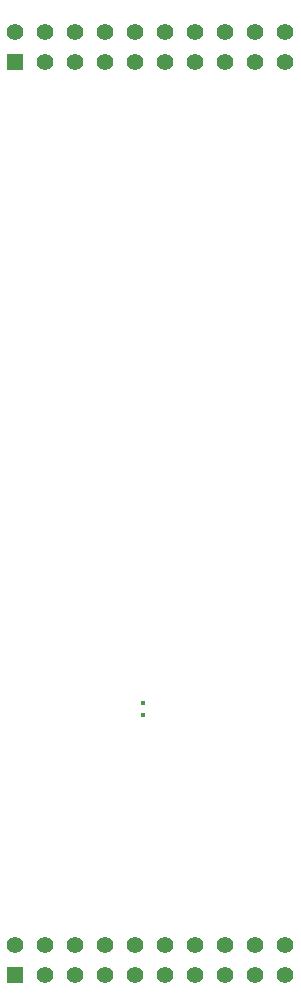
<source format=gbr>
%TF.GenerationSoftware,Altium Limited,Altium Designer,23.4.1 (23)*%
G04 Layer_Color=255*
%FSLAX45Y45*%
%MOMM*%
%TF.SameCoordinates,B91EE142-B30E-402A-A340-A1283DCE037E*%
%TF.FilePolarity,Positive*%
%TF.FileFunction,Pads,Bot*%
%TF.Part,Single*%
G01*
G75*
%TA.AperFunction,ComponentPad*%
%ADD16C,1.39000*%
%ADD17R,1.39000X1.39000*%
%ADD18C,0.40000*%
D16*
X2794000Y8492000D02*
D03*
Y8238000D02*
D03*
X2540000Y8492000D02*
D03*
Y8238000D02*
D03*
X2286000Y8492000D02*
D03*
Y8238000D02*
D03*
X2032000Y8492000D02*
D03*
Y8238000D02*
D03*
X1778000Y8492000D02*
D03*
Y8238000D02*
D03*
X1524000Y8492000D02*
D03*
Y8238000D02*
D03*
X1270000Y8492000D02*
D03*
Y8238000D02*
D03*
X1016000Y8492000D02*
D03*
Y8238000D02*
D03*
X762000Y8492000D02*
D03*
Y8238000D02*
D03*
X508000Y8492000D02*
D03*
X2794000Y762000D02*
D03*
Y508000D02*
D03*
X2540000Y762000D02*
D03*
Y508000D02*
D03*
X2286000Y762000D02*
D03*
Y508000D02*
D03*
X2032000Y762000D02*
D03*
Y508000D02*
D03*
X1778000Y762000D02*
D03*
Y508000D02*
D03*
X1524000Y762000D02*
D03*
Y508000D02*
D03*
X1270000Y762000D02*
D03*
Y508000D02*
D03*
X1016000Y762000D02*
D03*
Y508000D02*
D03*
X762000Y762000D02*
D03*
Y508000D02*
D03*
X508000Y762000D02*
D03*
D17*
Y8238000D02*
D03*
Y508000D02*
D03*
D18*
X1587500Y2705900D02*
D03*
Y2805900D02*
D03*
%TF.MD5,d890dc5f1b6e717f357b5d3c1ab51ea9*%
M02*

</source>
